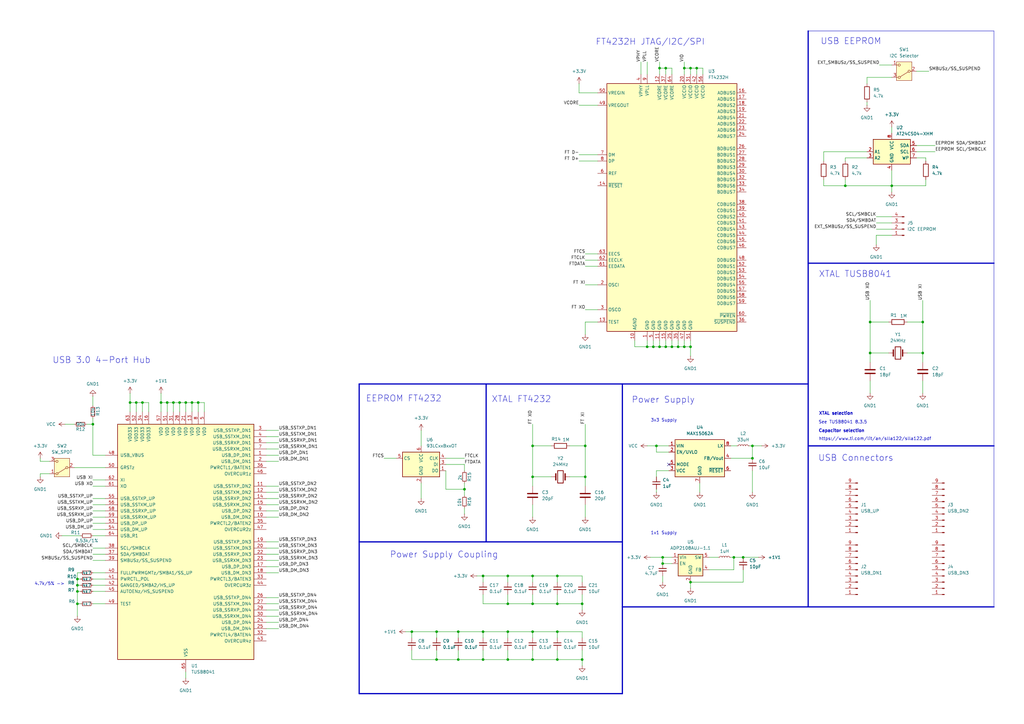
<source format=kicad_sch>
(kicad_sch (version 20250114) (generator "eeschema") (generator_version "9.0")
  (paper "A3")
  (title_block (title "USB 3.0 Multi-Feature Hub") (date "2025-08-14") (rev "0.0.0") (company "SgoSkz"))
  (text "USB Connectors\n" (at 351.028 187.96 0) (effects (font (size 2.54 2.54))))
  (text "Power Supply Coupling\n" (at 182.118 227.584 0) (effects (font (size 2.54 2.54))))
  (text "USB 3.0 4-Port Hub\n" (at 41.656 147.828 0) (effects (font (size 2.54 2.54))))
  (text "USB EEPROM\n" (at 348.996 17.018 0) (effects (font (size 2.54 2.54))))
  (text "EEPROM FT4232" (at 165.608 163.576 0) (effects (font (size 2.54 2.54))))
  (text "XTAL TUSB8041\n" (at 350.774 112.522 0) (effects (font (size 2.54 2.54))))
  (text "Power Supply" (at 272.034 164.084 0) (effects (font (size 2.54 2.54))))
  (text "See TUSB8041 8.3.5" (at 345.694 173.228 0) (effects (font (size 1.27 1.27))))
  (text "XTAL selection\n" (at 342.9 169.672 0) (effects (font (size 1.27 1.27) (thickness 0.254) (bold yes))))
  (text "1v1 Supply" (at 272.288 218.694 0) (effects (font (size 1.27 1.27))))
  (text "3v3 Supply\n" (at 272.288 172.466 0) (effects (font (size 1.27 1.27))))
  (text "FT4232H JTAG/I2C/SPI" (at 266.7 17.272 0) (effects (font (size 2.54 2.54))))
  (text "XTAL FT4232" (at 213.868 163.83 0) (effects (font (size 2.54 2.54))))
  (text "4.7k/5% ->\n" (at 20.32 239.522 0) (effects (font (size 1.27 1.27))))
  (text "https://www.ti.com/lit/an/slla122/slla122.pdf" (at 358.902 180.086 0) (effects (font (size 1.27 1.27))))
  (text "Capacitor selection\n" (at 345.186 176.784 0) (effects (font (size 1.27 1.27) (thickness 0.254) (bold yes))))
  (junction (at 218.44 259.08))
  (junction (at 76.2 165.1))
  (junction (at 265.43 142.24))
  (junction (at 73.66 165.1))
  (junction (at 271.78 228.6))
  (junction (at 198.12 259.08))
  (junction (at 228.6 259.08))
  (junction (at 271.78 231.14))
  (junction (at 71.12 165.1))
  (junction (at 267.97 142.24))
  (junction (at 285.75 27.94))
  (junction (at 240.03 182.88))
  (junction (at 55.88 165.1))
  (junction (at 68.58 165.1))
  (junction (at 31.75 240.03))
  (junction (at 179.07 270.51))
  (junction (at 228.6 236.22))
  (junction (at 270.51 27.94))
  (junction (at 187.96 270.51))
  (junction (at 270.51 142.24))
  (junction (at 300.99 228.6))
  (junction (at 378.46 132.08))
  (junction (at 187.96 259.08))
  (junction (at 198.12 270.51))
  (junction (at 218.44 270.51))
  (junction (at 179.07 259.08))
  (junction (at 280.67 142.24))
  (junction (at 58.42 165.1))
  (junction (at 283.21 27.94))
  (junction (at 280.67 27.94))
  (junction (at 365.76 76.2))
  (junction (at 356.87 144.78))
  (junction (at 31.75 242.57))
  (junction (at 275.59 142.24))
  (junction (at 240.03 195.58))
  (junction (at 31.75 237.49))
  (junction (at 53.34 165.1))
  (junction (at 278.13 142.24))
  (junction (at 304.8 228.6))
  (junction (at 190.5 200.66))
  (junction (at 283.21 238.76))
  (junction (at 66.04 165.1))
  (junction (at 168.91 259.08))
  (junction (at 308.61 187.96))
  (junction (at 38.1 173.99))
  (junction (at 346.71 76.2))
  (junction (at 218.44 236.22))
  (junction (at 208.28 247.65))
  (junction (at 81.28 165.1))
  (junction (at 238.76 270.51))
  (junction (at 378.46 144.78))
  (junction (at 283.21 142.24))
  (junction (at 31.75 247.65))
  (junction (at 273.05 27.94))
  (junction (at 78.74 165.1))
  (junction (at 238.76 247.65))
  (junction (at 208.28 259.08))
  (junction (at 228.6 247.65))
  (junction (at 228.6 270.51))
  (junction (at 208.28 236.22))
  (junction (at 269.24 182.88))
  (junction (at 218.44 247.65))
  (junction (at 308.61 182.88))
  (junction (at 208.28 270.51))
  (junction (at 356.87 132.08))
  (junction (at 218.44 182.88))
  (junction (at 198.12 236.22))
  (junction (at 218.44 195.58))
  (junction (at 273.05 142.24))
  (no_connect (at 274.32 190.5))
  (wire (pts (xy 238.76 236.22) (xy 228.6 236.22)))
  (wire (pts (xy 109.22 234.95) (xy 114.3 234.95)))
  (wire (pts (xy 270.51 25.4) (xy 270.51 27.94)))
  (wire (pts (xy 238.76 266.7) (xy 238.76 270.51)))
  (wire (pts (xy 240.03 109.22) (xy 245.11 109.22)))
  (wire (pts (xy 198.12 266.7) (xy 198.12 270.51)))
  (wire (pts (xy 365.76 76.2) (xy 365.76 78.74)))
  (wire (pts (xy 38.1 204.47) (xy 43.18 204.47)))
  (polyline (pts (xy 331.47 107.95) (xy 331.47 248.92)) (stroke (width 0.5) (type solid)))
  (wire (pts (xy 265.43 142.24) (xy 267.97 142.24)))
  (wire (pts (xy 38.1 199.39) (xy 43.18 199.39)))
  (wire (pts (xy 228.6 236.22) (xy 218.44 236.22)))
  (wire (pts (xy 228.6 238.76) (xy 228.6 236.22)))
  (wire (pts (xy 53.34 165.1) (xy 55.88 165.1)))
  (wire (pts (xy 38.1 237.49) (xy 43.18 237.49)))
  (wire (pts (xy 307.34 182.88) (xy 308.61 182.88)))
  (wire (pts (xy 55.88 165.1) (xy 58.42 165.1)))
  (wire (pts (xy 31.75 237.49) (xy 31.75 240.03)))
  (polyline (pts (xy 255.27 248.92) (xy 331.47 248.92)) (stroke (width 0.5) (type solid)))
  (wire (pts (xy 240.03 132.08) (xy 240.03 137.16)))
  (wire (pts (xy 66.04 165.1) (xy 68.58 165.1)))
  (wire (pts (xy 182.88 190.5) (xy 190.5 190.5)))
  (polyline (pts (xy 147.32 222.25) (xy 147.32 157.48)) (stroke (width 0.5) (type solid)))
  (wire (pts (xy 109.22 245.11) (xy 114.3 245.11)))
  (wire (pts (xy 346.71 73.66) (xy 346.71 76.2)))
  (wire (pts (xy 208.28 259.08) (xy 198.12 259.08)))
  (wire (pts (xy 172.72 176.53) (xy 172.72 182.88)))
  (wire (pts (xy 190.5 198.12) (xy 190.5 200.66)))
  (wire (pts (xy 31.75 247.65) (xy 31.75 252.73)))
  (polyline (pts (xy 199.39 157.48) (xy 199.39 222.25)) (stroke (width 0.5) (type solid)))
  (wire (pts (xy 273.05 27.94) (xy 270.51 27.94)))
  (wire (pts (xy 238.76 261.62) (xy 238.76 259.08)))
  (wire (pts (xy 198.12 270.51) (xy 208.28 270.51)))
  (polyline (pts (xy 255.27 284.48) (xy 147.32 284.48)) (stroke (width 0.5) (type solid)))
  (wire (pts (xy 109.22 204.47) (xy 114.3 204.47)))
  (wire (pts (xy 359.41 93.98) (xy 365.76 93.98)))
  (wire (pts (xy 283.21 142.24) (xy 283.21 146.05)))
  (wire (pts (xy 109.22 250.19) (xy 114.3 250.19)))
  (wire (pts (xy 38.1 242.57) (xy 43.18 242.57)))
  (wire (pts (xy 355.6 34.29) (xy 355.6 31.75)))
  (wire (pts (xy 38.1 247.65) (xy 43.18 247.65)))
  (wire (pts (xy 190.5 193.04) (xy 190.5 190.5)))
  (wire (pts (xy 198.12 243.84) (xy 198.12 247.65)))
  (wire (pts (xy 218.44 199.39) (xy 218.44 195.58)))
  (wire (pts (xy 68.58 165.1) (xy 68.58 168.91)))
  (wire (pts (xy 76.2 168.91) (xy 76.2 165.1)))
  (wire (pts (xy 109.22 181.61) (xy 114.3 181.61)))
  (wire (pts (xy 38.1 224.79) (xy 43.18 224.79)))
  (wire (pts (xy 33.02 219.71) (xy 25.4 219.71)))
  (wire (pts (xy 83.82 168.91) (xy 83.82 165.1)))
  (wire (pts (xy 187.96 266.7) (xy 187.96 270.51)))
  (wire (pts (xy 208.28 238.76) (xy 208.28 236.22)))
  (wire (pts (xy 308.61 182.88) (xy 312.42 182.88)))
  (wire (pts (xy 378.46 156.21) (xy 378.46 161.29)))
  (wire (pts (xy 31.75 237.49) (xy 33.02 237.49)))
  (wire (pts (xy 198.12 247.65) (xy 208.28 247.65)))
  (wire (pts (xy 356.87 144.78) (xy 364.49 144.78)))
  (polyline (pts (xy 331.47 107.95) (xy 331.47 12.7)) (stroke (width 0.5) (type solid)))
  (wire (pts (xy 240.03 173.99) (xy 240.03 182.88)))
  (wire (pts (xy 33.02 247.65) (xy 31.75 247.65)))
  (wire (pts (xy 271.78 238.76) (xy 271.78 236.22)))
  (wire (pts (xy 109.22 199.39) (xy 114.3 199.39)))
  (wire (pts (xy 208.28 247.65) (xy 218.44 247.65)))
  (wire (pts (xy 31.75 234.95) (xy 31.75 237.49)))
  (wire (pts (xy 245.11 38.1) (xy 237.49 38.1)))
  (wire (pts (xy 109.22 229.87) (xy 114.3 229.87)))
  (wire (pts (xy 238.76 270.51) (xy 228.6 270.51)))
  (wire (pts (xy 81.28 168.91) (xy 81.28 165.1)))
  (wire (pts (xy 218.44 207.01) (xy 218.44 212.09)))
  (wire (pts (xy 198.12 259.08) (xy 187.96 259.08)))
  (wire (pts (xy 38.1 173.99) (xy 35.56 173.99)))
  (wire (pts (xy 71.12 168.91) (xy 71.12 165.1)))
  (wire (pts (xy 190.5 208.28) (xy 190.5 210.82)))
  (wire (pts (xy 379.73 64.77) (xy 379.73 66.04)))
  (wire (pts (xy 359.41 91.44) (xy 365.76 91.44)))
  (wire (pts (xy 378.46 132.08) (xy 372.11 132.08)))
  (wire (pts (xy 109.22 176.53) (xy 114.3 176.53)))
  (wire (pts (xy 280.67 139.7) (xy 280.67 142.24)))
  (wire (pts (xy 73.66 165.1) (xy 71.12 165.1)))
  (wire (pts (xy 109.22 189.23) (xy 114.3 189.23)))
  (wire (pts (xy 356.87 148.59) (xy 356.87 144.78)))
  (wire (pts (xy 375.92 29.21) (xy 381 29.21)))
  (wire (pts (xy 38.1 207.01) (xy 43.18 207.01)))
  (wire (pts (xy 308.61 193.04) (xy 308.61 201.93)))
  (wire (pts (xy 55.88 168.91) (xy 55.88 165.1)))
  (wire (pts (xy 280.67 25.4) (xy 280.67 27.94)))
  (wire (pts (xy 228.6 247.65) (xy 228.6 243.84)))
  (wire (pts (xy 109.22 212.09) (xy 114.3 212.09)))
  (wire (pts (xy 283.21 27.94) (xy 280.67 27.94)))
  (wire (pts (xy 290.83 228.6) (xy 294.64 228.6)))
  (wire (pts (xy 280.67 142.24) (xy 283.21 142.24)))
  (wire (pts (xy 238.76 247.65) (xy 238.76 250.19)))
  (wire (pts (xy 364.49 132.08) (xy 356.87 132.08)))
  (wire (pts (xy 275.59 231.14) (xy 271.78 231.14)))
  (wire (pts (xy 38.1 217.17) (xy 43.18 217.17)))
  (wire (pts (xy 228.6 270.51) (xy 228.6 266.7)))
  (wire (pts (xy 238.76 270.51) (xy 238.76 273.05)))
  (wire (pts (xy 267.97 142.24) (xy 270.51 142.24)))
  (wire (pts (xy 187.96 259.08) (xy 179.07 259.08)))
  (wire (pts (xy 356.87 156.21) (xy 356.87 161.29)))
  (wire (pts (xy 187.96 261.62) (xy 187.96 259.08)))
  (wire (pts (xy 273.05 142.24) (xy 275.59 142.24)))
  (wire (pts (xy 346.71 76.2) (xy 365.76 76.2)))
  (wire (pts (xy 195.58 236.22) (xy 198.12 236.22)))
  (wire (pts (xy 283.21 142.24) (xy 283.21 139.7)))
  (wire (pts (xy 218.44 261.62) (xy 218.44 259.08)))
  (wire (pts (xy 346.71 64.77) (xy 346.71 66.04)))
  (polyline (pts (xy 147.32 157.48) (xy 255.27 157.48)) (stroke (width 0.5) (type solid)))
  (wire (pts (xy 238.76 259.08) (xy 228.6 259.08)))
  (wire (pts (xy 76.2 275.59) (xy 76.2 278.13)))
  (wire (pts (xy 237.49 63.5) (xy 245.11 63.5)))
  (polyline (pts (xy 147.32 222.25) (xy 255.27 222.25)) (stroke (width 0.5) (type solid)))
  (wire (pts (xy 378.46 123.19) (xy 378.46 132.08)))
  (wire (pts (xy 283.21 30.48) (xy 283.21 27.94)))
  (wire (pts (xy 109.22 224.79) (xy 114.3 224.79)))
  (wire (pts (xy 290.83 233.68) (xy 300.99 233.68)))
  (wire (pts (xy 379.73 76.2) (xy 365.76 76.2)))
  (wire (pts (xy 288.29 27.94) (xy 285.75 27.94)))
  (wire (pts (xy 355.6 62.23) (xy 337.82 62.23)))
  (polyline (pts (xy 407.67 107.95) (xy 407.67 182.88)))
  (wire (pts (xy 208.28 266.7) (xy 208.28 270.51)))
  (wire (pts (xy 271.78 231.14) (xy 271.78 228.6)))
  (wire (pts (xy 182.88 187.96) (xy 190.5 187.96)))
  (wire (pts (xy 237.49 66.04) (xy 245.11 66.04)))
  (wire (pts (xy 355.6 64.77) (xy 346.71 64.77)))
  (wire (pts (xy 240.03 127) (xy 245.11 127)))
  (wire (pts (xy 270.51 139.7) (xy 270.51 142.24)))
  (wire (pts (xy 38.1 229.87) (xy 43.18 229.87)))
  (wire (pts (xy 262.89 25.4) (xy 262.89 30.48)))
  (wire (pts (xy 274.32 182.88) (xy 269.24 182.88)))
  (polyline (pts (xy 331.47 12.7) (xy 407.67 12.7)) (stroke (width 0) (type solid)))
  (wire (pts (xy 31.75 240.03) (xy 33.02 240.03)))
  (wire (pts (xy 304.8 228.6) (xy 311.15 228.6)))
  (wire (pts (xy 58.42 165.1) (xy 58.42 168.91)))
  (wire (pts (xy 240.03 207.01) (xy 240.03 212.09)))
  (wire (pts (xy 16.51 189.23) (xy 16.51 187.96)))
  (wire (pts (xy 267.97 139.7) (xy 267.97 142.24)))
  (wire (pts (xy 168.91 259.08) (xy 168.91 261.62)))
  (wire (pts (xy 166.37 259.08) (xy 168.91 259.08)))
  (wire (pts (xy 66.04 168.91) (xy 66.04 165.1)))
  (wire (pts (xy 356.87 132.08) (xy 356.87 144.78)))
  (wire (pts (xy 378.46 144.78) (xy 378.46 148.59)))
  (wire (pts (xy 198.12 261.62) (xy 198.12 259.08)))
  (wire (pts (xy 365.76 96.52) (xy 359.41 96.52)))
  (wire (pts (xy 337.82 76.2) (xy 346.71 76.2)))
  (wire (pts (xy 228.6 261.62) (xy 228.6 259.08)))
  (wire (pts (xy 238.76 243.84) (xy 238.76 247.65)))
  (wire (pts (xy 285.75 27.94) (xy 283.21 27.94)))
  (wire (pts (xy 280.67 27.94) (xy 280.67 30.48)))
  (wire (pts (xy 38.1 162.56) (xy 38.1 166.37)))
  (polyline (pts (xy 331.47 248.92) (xy 407.67 248.92)) (stroke (width 0.5) (type solid)))
  (wire (pts (xy 208.28 261.62) (xy 208.28 259.08)))
  (wire (pts (xy 237.49 43.18) (xy 245.11 43.18)))
  (wire (pts (xy 218.44 182.88) (xy 218.44 195.58)))
  (wire (pts (xy 73.66 168.91) (xy 73.66 165.1)))
  (wire (pts (xy 356.87 123.19) (xy 356.87 132.08)))
  (wire (pts (xy 304.8 233.68) (xy 304.8 238.76)))
  (wire (pts (xy 269.24 200.66) (xy 269.24 201.93)))
  (wire (pts (xy 260.35 139.7) (xy 260.35 142.24)))
  (wire (pts (xy 299.72 228.6) (xy 300.99 228.6)))
  (polyline (pts (xy 407.67 248.92) (xy 407.67 182.88)))
  (wire (pts (xy 299.72 182.88) (xy 302.26 182.88)))
  (wire (pts (xy 109.22 179.07) (xy 114.3 179.07)))
  (wire (pts (xy 109.22 186.69) (xy 114.3 186.69)))
  (wire (pts (xy 300.99 228.6) (xy 304.8 228.6)))
  (wire (pts (xy 109.22 247.65) (xy 114.3 247.65)))
  (wire (pts (xy 238.76 238.76) (xy 238.76 236.22)))
  (wire (pts (xy 38.1 214.63) (xy 43.18 214.63)))
  (wire (pts (xy 218.44 173.99) (xy 218.44 182.88)))
  (wire (pts (xy 208.28 270.51) (xy 218.44 270.51)))
  (wire (pts (xy 271.78 228.6) (xy 275.59 228.6)))
  (wire (pts (xy 38.1 227.33) (xy 43.18 227.33)))
  (wire (pts (xy 283.21 238.76) (xy 304.8 238.76)))
  (polyline (pts (xy 407.67 12.7) (xy 407.67 107.95)) (stroke (width 0) (type solid)))
  (wire (pts (xy 182.88 193.04) (xy 182.88 200.66)))
  (wire (pts (xy 379.73 73.66) (xy 379.73 76.2)))
  (wire (pts (xy 53.34 161.29) (xy 53.34 165.1)))
  (wire (pts (xy 66.04 161.29) (xy 66.04 165.1)))
  (wire (pts (xy 273.05 139.7) (xy 273.05 142.24)))
  (wire (pts (xy 275.59 142.24) (xy 278.13 142.24)))
  (wire (pts (xy 109.22 207.01) (xy 114.3 207.01)))
  (wire (pts (xy 218.44 247.65) (xy 228.6 247.65)))
  (wire (pts (xy 308.61 182.88) (xy 308.61 187.96)))
  (wire (pts (xy 285.75 30.48) (xy 285.75 27.94)))
  (wire (pts (xy 30.48 191.77) (xy 43.18 191.77)))
  (wire (pts (xy 240.03 104.14) (xy 245.11 104.14)))
  (wire (pts (xy 179.07 270.51) (xy 187.96 270.51)))
  (wire (pts (xy 218.44 236.22) (xy 208.28 236.22)))
  (wire (pts (xy 278.13 139.7) (xy 278.13 142.24)))
  (wire (pts (xy 208.28 243.84) (xy 208.28 247.65)))
  (wire (pts (xy 355.6 41.91) (xy 355.6 43.18)))
  (wire (pts (xy 287.02 198.12) (xy 287.02 201.93)))
  (wire (pts (xy 78.74 168.91) (xy 78.74 165.1)))
  (polyline (pts (xy 331.47 182.88) (xy 407.67 182.88)) (stroke (width 0.5) (type solid)))
  (wire (pts (xy 109.22 255.27) (xy 114.3 255.27)))
  (wire (pts (xy 218.44 259.08) (xy 208.28 259.08)))
  (wire (pts (xy 81.28 165.1) (xy 78.74 165.1)))
  (wire (pts (xy 38.1 219.71) (xy 43.18 219.71)))
  (wire (pts (xy 240.03 116.84) (xy 245.11 116.84)))
  (polyline (pts (xy 255.27 157.48) (xy 255.27 284.48)) (stroke (width 0.5) (type solid)))
  (wire (pts (xy 375.92 64.77) (xy 379.73 64.77)))
  (wire (pts (xy 38.1 171.45) (xy 38.1 173.99)))
  (wire (pts (xy 240.03 106.68) (xy 245.11 106.68)))
  (wire (pts (xy 218.44 195.58) (xy 226.06 195.58)))
  (wire (pts (xy 60.96 165.1) (xy 58.42 165.1)))
  (wire (pts (xy 218.44 266.7) (xy 218.44 270.51)))
  (wire (pts (xy 265.43 182.88) (xy 269.24 182.88)))
  (wire (pts (xy 182.88 200.66) (xy 190.5 200.66)))
  (wire (pts (xy 109.22 257.81) (xy 114.3 257.81)))
  (wire (pts (xy 16.51 194.31) (xy 16.51 195.58)))
  (wire (pts (xy 265.43 139.7) (xy 265.43 142.24)))
  (wire (pts (xy 245.11 132.08) (xy 240.03 132.08)))
  (wire (pts (xy 269.24 182.88) (xy 269.24 185.42)))
  (wire (pts (xy 60.96 168.91) (xy 60.96 165.1)))
  (wire (pts (xy 53.34 168.91) (xy 53.34 165.1)))
  (wire (pts (xy 269.24 185.42) (xy 274.32 185.42)))
  (wire (pts (xy 83.82 165.1) (xy 81.28 165.1)))
  (wire (pts (xy 33.02 242.57) (xy 31.75 242.57)))
  (wire (pts (xy 179.07 266.7) (xy 179.07 270.51)))
  (wire (pts (xy 226.06 182.88) (xy 218.44 182.88)))
  (wire (pts (xy 38.1 196.85) (xy 43.18 196.85)))
  (wire (pts (xy 208.28 236.22) (xy 198.12 236.22)))
  (wire (pts (xy 337.82 73.66) (xy 337.82 76.2)))
  (wire (pts (xy 237.49 38.1) (xy 237.49 34.29)))
  (wire (pts (xy 275.59 139.7) (xy 275.59 142.24)))
  (wire (pts (xy 240.03 195.58) (xy 240.03 199.39)))
  (wire (pts (xy 78.74 165.1) (xy 76.2 165.1)))
  (wire (pts (xy 16.51 189.23) (xy 20.32 189.23)))
  (wire (pts (xy 275.59 30.48) (xy 275.59 27.94)))
  (polyline (pts (xy 331.47 157.48) (xy 255.27 157.48)) (stroke (width 0.5) (type solid)))
  (wire (pts (xy 43.18 186.69) (xy 38.1 186.69)))
  (wire (pts (xy 240.03 182.88) (xy 233.68 182.88)))
  (polyline (pts (xy 147.32 284.48) (xy 147.32 222.25)) (stroke (width 0.5) (type solid)))
  (wire (pts (xy 378.46 144.78) (xy 378.46 132.08)))
  (wire (pts (xy 228.6 259.08) (xy 218.44 259.08)))
  (wire (pts (xy 240.03 195.58) (xy 240.03 182.88)))
  (wire (pts (xy 190.5 203.2) (xy 190.5 200.66)))
  (wire (pts (xy 360.68 26.67) (xy 365.76 26.67)))
  (wire (pts (xy 38.1 173.99) (xy 38.1 186.69)))
  (wire (pts (xy 299.72 187.96) (xy 308.61 187.96)))
  (wire (pts (xy 172.72 198.12) (xy 172.72 204.47)))
  (wire (pts (xy 274.32 193.04) (xy 269.24 193.04)))
  (wire (pts (xy 187.96 270.51) (xy 198.12 270.51)))
  (wire (pts (xy 198.12 238.76) (xy 198.12 236.22)))
  (wire (pts (xy 168.91 270.51) (xy 179.07 270.51)))
  (wire (pts (xy 38.1 212.09) (xy 43.18 212.09)))
  (wire (pts (xy 157.48 187.96) (xy 162.56 187.96)))
  (wire (pts (xy 266.7 228.6) (xy 271.78 228.6)))
  (wire (pts (xy 372.11 144.78) (xy 378.46 144.78)))
  (wire (pts (xy 275.59 27.94) (xy 273.05 27.94)))
  (wire (pts (xy 283.21 238.76) (xy 283.21 241.3)))
  (wire (pts (xy 20.32 194.31) (xy 16.51 194.31)))
  (wire (pts (xy 278.13 142.24) (xy 280.67 142.24)))
  (wire (pts (xy 233.68 195.58) (xy 240.03 195.58)))
  (wire (pts (xy 337.82 62.23) (xy 337.82 66.04)))
  (wire (pts (xy 270.51 27.94) (xy 270.51 30.48)))
  (wire (pts (xy 270.51 142.24) (xy 273.05 142.24)))
  (wire (pts (xy 359.41 88.9) (xy 365.76 88.9)))
  (wire (pts (xy 26.67 173.99) (xy 30.48 173.99)))
  (wire (pts (xy 218.44 243.84) (xy 218.44 247.65)))
  (wire (pts (xy 179.07 261.62) (xy 179.07 259.08)))
  (wire (pts (xy 359.41 96.52) (xy 359.41 100.33)))
  (wire (pts (xy 31.75 242.57) (xy 31.75 240.03)))
  (wire (pts (xy 71.12 165.1) (xy 68.58 165.1)))
  (wire (pts (xy 375.92 62.23) (xy 383.54 62.23)))
  (wire (pts (xy 375.92 59.69) (xy 383.54 59.69)))
  (wire (pts (xy 31.75 247.65) (xy 31.75 242.57)))
  (wire (pts (xy 288.29 30.48) (xy 288.29 27.94)))
  (wire (pts (xy 38.1 209.55) (xy 43.18 209.55)))
  (wire (pts (xy 265.43 25.4) (xy 265.43 30.48)))
  (wire (pts (xy 179.07 259.08) (xy 168.91 259.08)))
  (wire (pts (xy 218.44 238.76) (xy 218.44 236.22)))
  (wire (pts (xy 38.1 234.95) (xy 43.18 234.95)))
  (wire (pts (xy 273.05 30.48) (xy 273.05 27.94)))
  (wire (pts (xy 38.1 240.03) (xy 43.18 240.03)))
  (wire (pts (xy 238.76 247.65) (xy 228.6 247.65)))
  (wire (pts (xy 76.2 165.1) (xy 73.66 165.1)))
  (wire (pts (xy 365.76 52.07) (xy 365.76 54.61)))
  (wire (pts (xy 109.22 222.25) (xy 114.3 222.25)))
  (wire (pts (xy 109.22 227.33) (xy 114.3 227.33)))
  (wire (pts (xy 109.22 184.15) (xy 114.3 184.15)))
  (wire (pts (xy 109.22 252.73) (xy 114.3 252.73)))
  (wire (pts (xy 269.24 193.04) (xy 269.24 195.58)))
  (wire (pts (xy 109.22 201.93) (xy 114.3 201.93)))
  (wire (pts (xy 355.6 31.75) (xy 365.76 31.75)))
  (wire (pts (xy 168.91 266.7) (xy 168.91 270.51)))
  (wire (pts (xy 109.22 232.41) (xy 114.3 232.41)))
  (wire (pts (xy 109.22 209.55) (xy 114.3 209.55)))
  (wire (pts (xy 365.76 69.85) (xy 365.76 76.2)))
  (wire (pts (xy 300.99 228.6) (xy 300.99 233.68)))
  (wire (pts (xy 260.35 142.24) (xy 265.43 142.24)))
  (wire (pts (xy 218.44 270.51) (xy 228.6 270.51)))
  (wire (pts (xy 33.02 234.95) (xy 31.75 234.95)))
  (polyline (pts (xy 407.67 107.95) (xy 331.47 107.95)) (stroke (width 0.5) (type solid)))
  (label "USB XO" (at 356.87 123.19 90))
  (label "FT D+" (at 237.49 66.04 180))
  (label "USB_SSTXP_DN1" (at 114.3 176.53 0))
  (label "SCL{slash}SMBCLK" (at 38.1 224.79 180))
  (label "USB_DM_DN3" (at 114.3 234.95 0))
  (label "VCORE" (at 270.51 25.4 90))
  (label "VPLL" (at 265.43 25.4 90))
  (label "USB_DM_UP" (at 38.1 217.17 180))
  (label "SDA{slash}SMBDAT" (at 38.1 227.33 180))
  (label "USB_DM_DN2" (at 114.3 212.09 0))
  (label "FT XO" (at 218.44 173.99 90))
  (label "USB_DP_DN3" (at 114.3 232.41 0))
  (label "USB_SSRXM_DN1" (at 114.3 184.15 0))
  (label "USB_SSRXP_DN1" (at 114.3 181.61 0))
  (label "USB_SSRXP_DN4" (at 114.3 250.19 0))
  (label "USB_SSTXM_DN1" (at 114.3 179.07 0))
  (label "USB_DP_UP" (at 38.1 214.63 180))
  (label "USB_SSTXP_DN3" (at 114.3 222.25 0))
  (label "USB XI" (at 378.46 123.19 90))
  (label "FTCS" (at 157.48 187.96 180))
  (label "USB_DP_DN4" (at 114.3 255.27 0))
  (label "USB_SSRXP_DN3" (at 114.3 227.33 0))
  (label "FTDATA" (at 190.5 190.5 0))
  (label "SCL{slash}SMBCLK" (at 359.41 88.9 180))
  (label "USB_SSRXM_DN2" (at 114.3 207.01 0))
  (label "EEPROM SCL{slash}SMBCLK" (at 383.54 62.23 0))
  (label "FTDATA" (at 240.03 109.22 180))
  (label "EEPROM SDA{slash}SMBDAT" (at 383.54 59.69 0))
  (label "FT XO" (at 240.03 127 180))
  (label "USB_SSTXM_DN2" (at 114.3 201.93 0))
  (label "FTCLK" (at 190.5 187.96 0))
  (label "USB_SSRXM_DN4" (at 114.3 252.73 0))
  (label "USB_SSTXM_DN3" (at 114.3 224.79 0))
  (label "USB XI" (at 38.1 196.85 180))
  (label "USB_DM_DN4" (at 114.3 257.81 0))
  (label "VPHY" (at 262.89 25.4 90))
  (label "USB_SSTXM_UP" (at 38.1 207.01 180))
  (label "FT XI" (at 240.03 173.99 90))
  (label "USB_SSRXM_DN3" (at 114.3 229.87 0))
  (label "EXT_SMBUSz{slash}SS_SUSPEND" (at 359.41 93.98 180))
  (label "USB_SSTXP_DN4" (at 114.3 245.11 0))
  (label "FTCLK" (at 240.03 106.68 180))
  (label "FT XI" (at 240.03 116.84 180))
  (label "VIO" (at 280.67 25.4 90))
  (label "FTCS" (at 240.03 104.14 180))
  (label "SMBUSz{slash}SS_SUSPEND" (at 38.1 229.87 180))
  (label "USB_DM_DN1" (at 114.3 189.23 0))
  (label "USB_SSRXP_UP" (at 38.1 209.55 180))
  (label "FT D-" (at 237.49 63.5 180))
  (label "SDA{slash}SMBDAT" (at 359.41 91.44 180))
  (label "USB_SSTXM_DN4" (at 114.3 247.65 0))
  (label "VCORE" (at 237.49 43.18 180))
  (label "SMBUSz{slash}SS_SUSPEND" (at 381 29.21 0))
  (label "USB_DP_DN2" (at 114.3 209.55 0))
  (label "USB_SSTXP_UP" (at 38.1 204.47 180))
  (label "USB XO" (at 38.1 199.39 180))
  (label "EXT_SMBUSz{slash}SS_SUSPEND" (at 360.68 26.67 180))
  (label "USB_SSRXP_DN2" (at 114.3 204.47 0))
  (label "USB_DP_DN1" (at 114.3 186.69 0))
  (label "USB_SSRXM_UP" (at 38.1 212.09 180))
  (label "USB_SSTXP_DN2" (at 114.3 199.39 0))
  (symbol (lib_id "power:GND1") (at 365.76 78.74 0) (unit 1)
    (property "Reference" "#PWR04" (effects (hide yes)))
    (property "Value" "GND1" (at 365.76 83.82 0))
    (property "Description" "Power symbol creates a global label with name \"GND1\" , ground" (effects (hide yes)))
  )
  (symbol (lib_id "power:GND1") (at 287.02 201.93 0) (unit 1)
    (property "Reference" "#PWR09" (effects (hide yes)))
    (property "Value" "GND1" (at 287.02 207.01 0))
    (property "Description" "Power symbol creates a global label with name \"GND1\" , ground" (effects (hide yes)))
  )
  (symbol (lib_id "Device:C") (at 218.44 203.2 0) (unit 1)
    (property "Reference" "C3" (at 222.25 201.9299 0) (effects (justify left)))
    (property "Value" "20pF" (at 222.25 204.4699 0) (effects (justify left)))
    (property "Description" "Unpolarized capacitor" (effects (hide yes)))
  )
  (symbol (lib_id "power:+3.3V") (at 53.34 161.29 0) (unit 1)
    (property "Reference" "#PWR013" (effects (hide yes)))
    (property "Value" "+3.3V" (at 53.34 156.21 0))
    (property "Description" "Power symbol creates a global label with name \"+3.3V\"" (effects (hide yes)))
  )
  (symbol (lib_id "Device:R_Small") (at 35.56 219.71 90) (unit 1)
    (property "Reference" "R11" (at 30.988 218.44 90))
    (property "Value" "9.53k/1%" (at 35.56 221.742 90))
    (property "Description" "Resistor, small symbol" (effects (hide yes)))
  )
  (symbol (lib_id "power:+3.3V") (at 16.51 187.96 0) (unit 1)
    (property "Reference" "#PWR024" (effects (hide yes)))
    (property "Value" "+3.3V" (at 16.51 182.88 0))
    (property "Description" "Power symbol creates a global label with name \"+3.3V\"" (effects (hide yes)))
  )
  (symbol (lib_id "Device:C_Small") (at 208.28 264.16 0) (unit 1)
    (property "Reference" "C12" (at 210.82 262.8962 0) (effects (justify left)))
    (property "Value" "0.1uF" (at 210.82 265.4362 0) (effects (justify left)))
    (property "Description" "Unpolarized capacitor, small symbol" (effects (hide yes)))
  )
  (symbol (lib_id "Device:R") (at 355.6 38.1 0) (unit 1)
    (property "Reference" "R5" (at 358.14 36.8299 0) (effects (justify left)))
    (property "Value" "4.7k" (at 358.14 39.3699 0) (effects (justify left)))
    (property "Description" "Resistor" (effects (hide yes)))
  )
  (symbol (lib_id "power:+1V1") (at 166.37 259.08 90) (unit 1)
    (property "Reference" "#PWR020" (effects (hide yes)))
    (property "Value" "+1V1" (at 162.56 259.0799 90) (effects (justify left)))
    (property "Description" "Power symbol creates a global label with name \"+1V1\"" (effects (hide yes)))
  )
  (symbol (lib_id "Device:C_Small") (at 179.07 264.16 0) (unit 1)
    (property "Reference" "C9" (at 181.61 262.8962 0) (effects (justify left)))
    (property "Value" "0.1uF" (at 181.61 265.4362 0) (effects (justify left)))
    (property "Description" "Unpolarized capacitor, small symbol" (effects (hide yes)))
  )
  (symbol (lib_id "Device:L_Small") (at 304.8 182.88 90) (unit 1)
    (property "Reference" "L2" (at 304.8 177.8 90))
    (property "Value" "33uH" (at 304.8 180.34 90))
    (property "Description" "Inductor, small symbol" (effects (hide yes)))
  )
  (symbol (lib_id "Device:C_Small") (at 238.76 264.16 0) (unit 1)
    (property "Reference" "C15" (at 241.3 262.8962 0) (effects (justify left)))
    (property "Value" "10uF" (at 241.3 265.4362 0) (effects (justify left)))
    (property "Description" "Unpolarized capacitor, small symbol" (effects (hide yes)))
  )
  (symbol (lib_id "Connector:Conn_01x09_Pin") (at 351.79 208.28 180) (unit 1)
    (property "Reference" "J1" (at 353.06 207.0099 0) (effects (justify right)))
    (property "Value" "USB_UP" (at 353.06 209.5499 0) (effects (justify right)))
    (property "Description" "Generic connector, single row, 01x09, script generated" (effects (hide yes)))
  )
  (symbol (lib_id "Device:Crystal") (at 229.87 195.58 0) (unit 1)
    (property "Reference" "Y2" (at 229.87 187.96 0))
    (property "Value" "24MHz" (at 229.87 190.5 0))
    (property "Description" "Two pin crystal" (effects (hide yes)))
  )
  (symbol (lib_id "Regulator_Switching:MAX15062A") (at 287.02 187.96 0) (unit 1)
    (property "Reference" "U4" (at 287.02 175.26 0))
    (property "Value" "MAX15062A" (at 287.02 177.8 0))
    (property "Footprint" "Package_DFN_QFN:DFN-8_2x2mm_P0.5mm" (effects (hide yes)))
    (property "Datasheet" "http://datasheets.maximintegrated.com/en/ds/MAX15062.pdf" (effects (hide yes)))
    (property "Description" "60V, 300mA, synchronous step-down dc-dc converter, 3.3V fixed output voltage, DFN-8" (effects (hide yes)))
  )
  (symbol (lib_id "power:+3.3V") (at 195.58 236.22 90) (unit 1)
    (property "Reference" "#PWR021" (effects (hide yes)))
    (property "Value" "+3.3V" (at 191.77 236.2199 90) (effects (justify left)))
    (property "Description" "Power symbol creates a global label with name \"+3.3V\"" (effects (hide yes)))
  )
  (symbol (lib_id "Device:C_Small") (at 208.28 241.3 0) (unit 1)
    (property "Reference" "C18" (at 210.82 240.0362 0) (effects (justify left)))
    (property "Value" "0.1uF" (at 210.82 242.5762 0) (effects (justify left)))
    (property "Description" "Unpolarized capacitor, small symbol" (effects (hide yes)))
  )
  (symbol (lib_id "power:GND1") (at 355.6 43.18 0) (unit 1)
    (property "Reference" "#PWR05" (effects (hide yes)))
    (property "Value" "GND1" (at 355.6 48.26 0))
    (property "Description" "Power symbol creates a global label with name \"GND1\" , ground" (effects (hide yes)))
  )
  (symbol (lib_id "Connector:Conn_01x04_Pin") (at 370.84 93.98 180) (unit 1)
    (property "Reference" "J5" (at 372.11 91.4399 0) (effects (justify right)))
    (property "Value" "I2C EEPROM" (at 372.11 93.9799 0) (effects (justify right)))
    (property "Description" "Generic connector, single row, 01x04, script generated" (effects (hide yes)))
  )
  (symbol (lib_id "Connector:Conn_01x09_Pin") (at 387.35 208.28 180) (unit 1)
    (property "Reference" "J3" (at 388.62 207.0099 0) (effects (justify right)))
    (property "Value" "USB_DN2" (at 388.62 209.5499 0) (effects (justify right)))
    (property "Description" "Generic connector, single row, 01x09, script generated" (effects (hide yes)))
  )
  (symbol (lib_id "power:GND1") (at 271.78 238.76 0) (unit 1)
    (property "Reference" "#PWR019" (effects (hide yes)))
    (property "Value" "GND1" (at 271.78 243.84 0))
    (property "Description" "Power symbol creates a global label with name \"GND1\" , ground" (effects (hide yes)))
  )
  (symbol (lib_id "Device:R_Small") (at 35.56 242.57 90) (unit 1)
    (property "Reference" "R7" (at 29.21 242.062 90))
    (property "Value" "4k7" (at 35.56 242.57 90))
    (property "Description" "Resistor, small symbol" (effects (hide yes)))
  )
  (symbol (lib_id "Device:R") (at 229.87 182.88 90) (unit 1)
    (property "Reference" "R14" (at 228.092 180.086 90))
    (property "Value" "1M" (at 232.156 180.34 90))
    (property "Description" "Resistor" (effects (hide yes)))
  )
  (symbol (lib_id "Device:C_Small") (at 304.8 231.14 0) (unit 1)
    (property "Reference" "C5" (at 307.34 229.8762 0) (effects (justify left)))
    (property "Value" "10pF" (at 307.34 232.4162 0) (effects (justify left)))
    (property "Description" "Unpolarized capacitor, small symbol" (effects (hide yes)))
  )
  (symbol (lib_id "Device:R") (at 379.73 69.85 0) (unit 1)
    (property "Reference" "R4" (at 382.27 68.5799 0) (effects (justify left)))
    (property "Value" "4.7k" (at 382.27 71.1199 0) (effects (justify left)))
    (property "Description" "Resistor" (effects (hide yes)))
  )
  (symbol (lib_id "Device:R_Small") (at 33.02 173.99 90) (unit 1)
    (property "Reference" "R12" (at 33.02 176.022 90))
    (property "Value" "90k" (at 33.02 173.99 90))
    (property "Description" "Resistor, small symbol" (effects (hide yes)))
  )
  (symbol (lib_id "Device:C_Small") (at 198.12 264.16 0) (unit 1)
    (property "Reference" "C11" (at 200.66 262.8962 0) (effects (justify left)))
    (property "Value" "0.1uF" (at 200.66 265.4362 0) (effects (justify left)))
    (property "Description" "Unpolarized capacitor, small symbol" (effects (hide yes)))
  )
  (symbol (lib_id "Device:R_Small") (at 35.56 234.95 90) (unit 1)
    (property "Reference" "R9" (at 29.21 233.68 90))
    (property "Value" "4k7" (at 35.56 234.95 90))
    (property "Description" "Resistor, small symbol" (effects (hide yes)))
  )
  (symbol (lib_id "Device:R_Small") (at 35.56 247.65 90) (unit 1)
    (property "Reference" "R6" (at 29.464 246.634 90))
    (property "Value" "4k7" (at 35.56 247.65 90))
    (property "Description" "Resistor, small symbol" (effects (hide yes)))
  )
  (symbol (lib_id "Device:R_Small") (at 35.56 237.49 90) (unit 1)
    (property "Reference" "R10" (at 29.464 236.474 90))
    (property "Value" "4k7" (at 35.56 237.49 90))
    (property "Description" "Resistor, small symbol" (effects (hide yes)))
  )
  (symbol (lib_id "Regulator_Switching:ADP2108AUJ-1.1") (at 283.21 231.14 0) (unit 1)
    (property "Reference" "U5" (at 283.21 222.25 0))
    (property "Value" "ADP2108AUJ-1.1" (at 283.21 224.79 0))
    (property "Footprint" "Package_TO_SOT_SMD:TSOT-23-5" (effects (hide yes)))
    (property "Datasheet" "https://www.analog.com/media/en/technical-documentation/data-sheets/ADP2108.pdf" (effects (hide yes)))
    (property "Description" "3MHz switching bucK regulator, 600mA 1.1V output voltage," (effects (hide yes)))
  )
  (symbol (lib_id "power:GND1") (at 172.72 204.47 0) (unit 1)
    (property "Reference" "#PWR034" (effects (hide yes)))
    (property "Value" "GND1" (at 172.72 209.55 0))
    (property "Description" "Power symbol creates a global label with name \"GND1\" , ground" (effects (hide yes)))
  )
  (symbol (lib_id "power:VCC") (at 26.67 173.99 90) (unit 1)
    (property "Reference" "#PWR027" (effects (hide yes)))
    (property "Value" "VCC" (at 22.86 173.9899 90) (effects (justify left)))
    (property "Description" "Power symbol creates a global label with name \"VCC\"" (effects (hide yes)))
  )
  (symbol (lib_id "Device:C_Small") (at 187.96 264.16 0) (unit 1)
    (property "Reference" "C10" (at 190.5 262.8962 0) (effects (justify left)))
    (property "Value" "0.1uF" (at 190.5 265.4362 0) (effects (justify left)))
    (property "Description" "Unpolarized capacitor, small symbol" (effects (hide yes)))
  )
  (symbol (lib_id "power:+1V1") (at 311.15 228.6 270) (unit 1)
    (property "Reference" "#PWR014" (effects (hide yes)))
    (property "Value" "+1V1" (at 314.96 228.5999 90) (effects (justify left)))
    (property "Description" "Power symbol creates a global label with name \"+1V1\"" (effects (hide yes)))
  )
  (symbol (lib_id "Interface_USB:FT4232H") (at 275.59 86.36 0) (unit 1)
    (property "Reference" "U3" (at 290.4333 29.21 0) (effects (justify left)))
    (property "Value" "FT4232H" (at 290.4333 31.75 0) (effects (justify left)))
    (property "Footprint" "Package_QFP:LQFP-64-1EP_10x10mm_P0.5mm_EP5x5mm_ThermalVias" (effects (hide yes)))
    (property "Datasheet" "https://www.ftdichip.com/Support/Documents/DataSheets/ICs/DS_FT4232H.pdf" (effects (hide yes)))
    (property "Description" "Hi Speed Quad Channel USB UART/FIFO, LQFP/QFN-64" (effects (hide yes)))
  )
  (symbol (lib_id "Device:C_Small") (at 269.24 198.12 0) (unit 1)
    (property "Reference" "C4" (at 271.78 196.8562 0) (effects (justify left)))
    (property "Value" "1uF" (at 271.78 199.3962 0) (effects (justify left)))
    (property "Description" "Unpolarized capacitor, small symbol" (effects (hide yes)))
  )
  (symbol (lib_id "Device:C_Small") (at 218.44 241.3 0) (unit 1)
    (property "Reference" "C19" (at 220.98 240.0362 0) (effects (justify left)))
    (property "Value" "0.1uF" (at 220.98 242.5762 0) (effects (justify left)))
    (property "Description" "Unpolarized capacitor, small symbol" (effects (hide yes)))
  )
  (symbol (lib_id "power:+3.3V") (at 365.76 52.07 0) (unit 1)
    (property "Reference" "#PWR017" (effects (hide yes)))
    (property "Value" "+3.3V" (at 365.76 46.99 0))
    (property "Description" "Power symbol creates a global label with name \"+3.3V\"" (effects (hide yes)))
  )
  (symbol (lib_id "power:GND1") (at 16.51 195.58 0) (unit 1)
    (property "Reference" "#PWR025" (effects (hide yes)))
    (property "Value" "GND1" (at 16.51 200.66 0))
    (property "Description" "Power symbol creates a global label with name \"GND1\" , ground" (effects (hide yes)))
  )
  (symbol (lib_id "power:GND1") (at 378.46 161.29 0) (unit 1)
    (property "Reference" "#PWR02" (effects (hide yes)))
    (property "Value" "GND1" (at 378.46 166.37 0))
    (property "Description" "Power symbol creates a global label with name \"GND1\" , ground" (effects (hide yes)))
  )
  (symbol (lib_id "power:GND1") (at 190.5 210.82 0) (unit 1)
    (property "Reference" "#PWR035" (effects (hide yes)))
    (property "Value" "GND1" (at 190.5 215.9 0))
    (property "Description" "Power symbol creates a global label with name \"GND1\" , ground" (effects (hide yes)))
  )
  (symbol (lib_id "power:GND1") (at 308.61 201.93 0) (unit 1)
    (property "Reference" "#PWR010" (effects (hide yes)))
    (property "Value" "GND1" (at 308.61 207.01 0))
    (property "Description" "Power symbol creates a global label with name \"GND1\" , ground" (effects (hide yes)))
  )
  (symbol (lib_id "Device:R_Small") (at 38.1 168.91 0) (unit 1)
    (property "Reference" "R13" (at 40.132 168.656 90))
    (property "Value" "10k" (at 38.1 168.91 90))
    (property "Description" "Resistor, small symbol" (effects (hide yes)))
  )
  (symbol (lib_id "Device:C") (at 356.87 152.4 0) (unit 1)
    (property "Reference" "C1" (at 360.68 151.1299 0) (effects (justify left)))
    (property "Value" "18pF" (at 360.68 153.6699 0) (effects (justify left)))
    (property "Description" "Unpolarized capacitor" (effects (hide yes)))
  )
  (symbol (lib_id "Device:R") (at 337.82 69.85 0) (unit 1)
    (property "Reference" "R3" (at 340.36 68.5799 0) (effects (justify left)))
    (property "Value" "4.7k" (at 340.36 71.1199 0) (effects (justify left)))
    (property "Description" "Resistor" (effects (hide yes)))
  )
  (symbol (lib_id "power:GND1") (at 238.76 273.05 0) (unit 1)
    (property "Reference" "#PWR022" (effects (hide yes)))
    (property "Value" "GND1" (at 238.76 278.13 0))
    (property "Description" "Power symbol creates a global label with name \"GND1\" , ground" (effects (hide yes)))
  )
  (symbol (lib_id "Device:C_Small") (at 218.44 264.16 0) (unit 1)
    (property "Reference" "C13" (at 220.98 262.8962 0) (effects (justify left)))
    (property "Value" "0.1uF" (at 220.98 265.4362 0) (effects (justify left)))
    (property "Description" "Unpolarized capacitor, small symbol" (effects (hide yes)))
  )
  (symbol (lib_id "power:+3.3V") (at 266.7 228.6 90) (unit 1)
    (property "Reference" "#PWR012" (effects (hide yes)))
    (property "Value" "+3.3V" (at 262.89 228.5999 90) (effects (justify left)))
    (property "Description" "Power symbol creates a global label with name \"+3.3V\"" (effects (hide yes)))
  )
  (symbol (lib_id "power:GND1") (at 356.87 161.29 0) (unit 1)
    (property "Reference" "#PWR01" (effects (hide yes)))
    (property "Value" "GND1" (at 356.87 166.37 0))
    (property "Description" "Power symbol creates a global label with name \"GND1\" , ground" (effects (hide yes)))
  )
  (symbol (lib_id "Memory_EEPROM:AT24CS04-XHM") (at 365.76 62.23 0) (unit 1)
    (property "Reference" "U2" (at 370.332 52.324 0) (effects (justify right)))
    (property "Value" "AT24CS04-XHM" (at 382.778 54.864 0) (effects (justify right)))
    (property "Footprint" "Package_SO:TSSOP-8_4.4x3mm_P0.65mm" (effects (hide yes)))
    (property "Datasheet" "http://ww1.microchip.com/downloads/en/DeviceDoc/Atmel-8766-SEEPROM-AT24CS04-08-Datasheet.pdf" (effects (hide yes)))
    (property "Description" "I2C Serial EEPROM, 4Kb (512x8) with Unique Serial Number, TSSOP8" (effects (hide yes)))
  )
  (symbol (lib_id "power:GND1") (at 25.4 219.71 270) (unit 1)
    (property "Reference" "#PWR026" (effects (hide yes)))
    (property "Value" "GND1" (at 21.59 219.7099 90) (effects (justify right)))
    (property "Description" "Power symbol creates a global label with name \"GND1\" , ground" (effects (hide yes)))
  )
  (symbol (lib_id "power:GND1") (at 238.76 250.19 0) (unit 1)
    (property "Reference" "#PWR023" (effects (hide yes)))
    (property "Value" "GND1" (at 238.76 255.27 0))
    (property "Description" "Power symbol creates a global label with name \"GND1\" , ground" (effects (hide yes)))
  )
  (symbol (lib_id "power:VCC") (at 265.43 182.88 90) (unit 1)
    (property "Reference" "#PWR016" (effects (hide yes)))
    (property "Value" "VCC" (at 261.62 182.8799 90) (effects (justify left)))
    (property "Description" "Power symbol creates a global label with name \"VCC\"" (effects (hide yes)))
  )
  (symbol (lib_id "power:GND1") (at 31.75 252.73 0) (unit 1)
    (property "Reference" "#PWR018" (effects (hide yes)))
    (property "Value" "GND1" (at 31.75 257.81 0))
    (property "Description" "Power symbol creates a global label with name \"GND1\" , ground" (effects (hide yes)))
  )
  (symbol (lib_id "power:GND1") (at 269.24 201.93 0) (unit 1)
    (property "Reference" "#PWR08" (effects (hide yes)))
    (property "Value" "GND1" (at 269.24 207.01 0))
    (property "Description" "Power symbol creates a global label with name \"GND1\" , ground" (effects (hide yes)))
  )
  (symbol (lib_id "Device:R") (at 346.71 69.85 0) (unit 1)
    (property "Reference" "R2" (at 349.25 68.5799 0) (effects (justify left)))
    (property "Value" "4.7k" (at 349.25 71.1199 0) (effects (justify left)))
    (property "Description" "Resistor" (effects (hide yes)))
  )
  (symbol (lib_id "power:+3.3V") (at 312.42 182.88 270) (unit 1)
    (property "Reference" "#PWR011" (effects (hide yes)))
    (property "Value" "+3.3V" (at 316.23 182.8799 90) (effects (justify left)))
    (property "Description" "Power symbol creates a global label with name \"+3.3V\"" (effects (hide yes)))
  )
  (symbol (lib_id "Device:R_Small") (at 190.5 195.58 0) (unit 1)
    (property "Reference" "R15" (at 192.532 195.58 90))
    (property "Value" "2k" (at 188.722 195.834 90))
    (property "Description" "Resistor, small symbol" (effects (hide yes)))
  )
  (symbol (lib_id "Connector:Conn_01x09_Pin") (at 351.79 233.68 180) (unit 1)
    (property "Reference" "J2" (at 353.06 232.4099 0) (effects (justify right)))
    (property "Value" "USB_DN1" (at 353.06 234.9499 0) (effects (justify right)))
    (property "Description" "Generic connector, single row, 01x09, script generated" (effects (hide yes)))
  )
  (symbol (lib_id "Device:C_Small") (at 168.91 264.16 0) (unit 1)
    (property "Reference" "C8" (at 171.45 262.8962 0) (effects (justify left)))
    (property "Value" "0.1uF" (at 171.45 265.4362 0) (effects (justify left)))
    (property "Description" "Unpolarized capacitor, small symbol" (effects (hide yes)))
  )
  (symbol (lib_id "Device:C_Small") (at 238.76 241.3 0) (unit 1)
    (property "Reference" "C21" (at 241.3 240.0362 0) (effects (justify left)))
    (property "Value" "10uF" (at 241.3 242.5762 0) (effects (justify left)))
    (property "Description" "Unpolarized capacitor, small symbol" (effects (hide yes)))
  )
  (symbol (lib_id "power:+3.3V") (at 237.49 34.29 0) (unit 1)
    (property "Reference" "#PWR036" (effects (hide yes)))
    (property "Value" "+3.3V" (at 237.49 29.21 0))
    (property "Description" "Power symbol creates a global label with name \"+3.3V\"" (effects (hide yes)))
  )
  (symbol (lib_id "Connector:Conn_01x09_Pin") (at 387.35 233.68 180) (unit 1)
    (property "Reference" "J4" (at 388.62 232.4099 0) (effects (justify right)))
    (property "Value" "USB_DN3" (at 388.62 234.9499 0) (effects (justify right)))
    (property "Description" "Generic connector, single row, 01x09, script generated" (effects (hide yes)))
  )
  (symbol (lib_id "power:GND1") (at 218.44 212.09 0) (unit 1)
    (property "Reference" "#PWR031" (effects (hide yes)))
    (property "Value" "GND1" (at 218.44 217.17 0))
    (property "Description" "Power symbol creates a global label with name \"GND1\" , ground" (effects (hide yes)))
  )
  (symbol (lib_id "Device:C") (at 378.46 152.4 180) (unit 1)
    (property "Reference" "C2" (at 382.27 151.1299 0) (effects (justify right)))
    (property "Value" "18pF" (at 382.27 153.6699 0) (effects (justify right)))
    (property "Description" "Unpolarized capacitor" (effects (hide yes)))
  )
  (symbol (lib_id "Device:C_Small") (at 228.6 241.3 0) (unit 1)
    (property "Reference" "C20" (at 231.14 240.0362 0) (effects (justify left)))
    (property "Value" "0.1uF" (at 231.14 242.5762 0) (effects (justify left)))
    (property "Description" "Unpolarized capacitor, small symbol" (effects (hide yes)))
  )
  (symbol (lib_id "Device:R_Small") (at 35.56 240.03 90) (unit 1)
    (property "Reference" "R8" (at 29.21 239.014 90))
    (property "Value" "4k7" (at 35.56 240.03 90))
    (property "Description" "Resistor, small symbol" (effects (hide yes)))
  )
  (symbol (lib_id "Device:Crystal") (at 368.3 144.78 0) (unit 1)
    (property "Reference" "Y1" (at 368.3 137.16 0))
    (property "Value" "24MHz" (at 368.3 139.7 0))
    (property "Description" "Two pin crystal" (effects (hide yes)))
  )
  (symbol (lib_id "power:+3.3V") (at 172.72 176.53 0) (unit 1)
    (property "Reference" "#PWR033" (effects (hide yes)))
    (property "Value" "+3.3V" (at 172.72 171.45 0))
    (property "Description" "Power symbol creates a global label with name \"+3.3V\"" (effects (hide yes)))
  )
  (symbol (lib_id "power:GND1") (at 38.1 162.56 180) (unit 1)
    (property "Reference" "#PWR028" (effects (hide yes)))
    (property "Value" "GND1" (at 38.1 157.48 0))
    (property "Description" "Power symbol creates a global label with name \"GND1\" , ground" (effects (hide yes)))
  )
  (symbol (lib_id "Device:C_Small") (at 308.61 190.5 0) (unit 1)
    (property "Reference" "C6" (at 311.15 189.2362 0) (effects (justify left)))
    (property "Value" "10uF" (at 311.15 191.7762 0) (effects (justify left)))
    (property "Description" "Unpolarized capacitor, small symbol" (effects (hide yes)))
  )
  (symbol (lib_id "Switch:SW_SPDT") (at 25.4 191.77 180) (unit 1)
    (property "Reference" "SW2" (at 25.4 182.88 0))
    (property "Value" "SW_SPDT" (at 25.4 185.42 0))
    (property "Description" "Switch, single pole double throw" (effects (hide yes)))
  )
  (symbol (lib_id "Device:L_Small") (at 297.18 228.6 90) (unit 1)
    (property "Reference" "L1" (at 297.18 223.52 90))
    (property "Value" "1uH" (at 297.18 226.06 90))
    (property "Description" "Inductor, small symbol" (effects (hide yes)))
  )
  (symbol (lib_id "power:+1V1") (at 66.04 161.29 0) (unit 1)
    (property "Reference" "#PWR015" (effects (hide yes)))
    (property "Value" "+1V1" (at 66.04 156.21 0))
    (property "Description" "Power symbol creates a global label with name \"+1V1\"" (effects (hide yes)))
  )
  (symbol (lib_id "Device:R_Small") (at 190.5 205.74 0) (unit 1)
    (property "Reference" "R16" (at 192.532 205.74 90))
    (property "Value" "10k" (at 188.468 205.994 90))
    (property "Description" "Resistor, small symbol" (effects (hide yes)))
  )
  (symbol (lib_id "power:GND1") (at 76.2 278.13 0) (unit 1)
    (property "Reference" "#PWR06" (effects (hide yes)))
    (property "Value" "GND1" (at 76.2 283.21 0))
    (property "Description" "Power symbol creates a global label with name \"GND1\" , ground" (effects (hide yes)))
  )
  (symbol (lib_id "Device:R") (at 368.3 132.08 90) (unit 1)
    (property "Reference" "R1" (at 366.522 129.286 90))
    (property "Value" "1M" (at 370.586 129.54 90))
    (property "Description" "Resistor" (effects (hide yes)))
  )
  (symbol (lib_id "power:GND1") (at 283.21 146.05 0) (unit 1)
    (property "Reference" "#PWR029" (effects (hide yes)))
    (property "Value" "GND1" (at 283.21 151.13 0))
    (property "Description" "Power symbol creates a global label with name \"GND1\" , ground" (effects (hide yes)))
  )
  (symbol (lib_id "Device:C_Small") (at 271.78 233.68 0) (unit 1)
    (property "Reference" "C7" (at 265.684 232.918 0) (effects (justify left)))
    (property "Value" "4.7uF" (at 264.414 235.204 0) (effects (justify left)))
    (property "Description" "Unpolarized capacitor, small symbol" (effects (hide yes)))
  )
  (symbol (lib_id "Device:C_Small") (at 198.12 241.3 0) (unit 1)
    (property "Reference" "C17" (at 200.66 240.0362 0) (effects (justify left)))
    (property "Value" "0.1uF" (at 200.66 242.5762 0) (effects (justify left)))
    (property "Description" "Unpolarized capacitor, small symbol" (effects (hide yes)))
  )
  (symbol (lib_id "power:GND1") (at 283.21 241.3 0) (unit 1)
    (property "Reference" "#PWR07" (effects (hide yes)))
    (property "Value" "GND1" (at 283.21 246.38 0))
    (property "Description" "Power symbol creates a global label with name \"GND1\" , ground" (effects (hide yes)))
  )
  (symbol (lib_id "Memory_EEPROM:93LCxxBxxOT") (at 172.72 190.5 0) (unit 1)
    (property "Reference" "U6" (at 174.8633 180.34 0) (effects (justify left)))
    (property "Value" "93LCxxBxxOT" (at 174.8633 182.88 0) (effects (justify left)))
    (property "Footprint" "Package_TO_SOT_SMD:SOT-23-6" (effects (hide yes)))
    (property "Datasheet" "http://ww1.microchip.com/downloads/en/DeviceDoc/20001749K.pdf" (effects (hide yes)))
    (property "Description" "Serial EEPROM, 93 Series, 2.5V, SOT-23-6" (effects (hide yes)))
  )
  (symbol (lib_id "Switch:SW_Nidec_CAS-120A1") (at 370.84 29.21 180) (unit 1)
    (property "Reference" "SW1" (at 370.84 20.32 0))
    (property "Value" "I2C Selector" (at 370.84 22.86 0))
    (property "Footprint" "Button_Switch_SMD:Nidec_Copal_CAS-120A" (effects (hide yes)))
    (property "Datasheet" "https://www.nidec-components.com/e/catalog/switch/cas.pdf" (effects (hide yes)))
    (property "Description" "Switch, single pole double throw" (effects (hide yes)))
  )
  (symbol (lib_id "Device:C_Small") (at 228.6 264.16 0) (unit 1)
    (property "Reference" "C14" (at 231.14 262.8962 0) (effects (justify left)))
    (property "Value" "0.1uF" (at 231.14 265.4362 0) (effects (justify left)))
    (property "Description" "Unpolarized capacitor, small symbol" (effects (hide yes)))
  )
  (symbol (lib_id "power:GND1") (at 359.41 100.33 0) (unit 1)
    (property "Reference" "#PWR03" (effects (hide yes)))
    (property "Value" "GND1" (at 359.41 105.41 0))
    (property "Description" "Power symbol creates a global label with name \"GND1\" , ground" (effects (hide yes)))
  )
  (symbol (lib_id "power:GND1") (at 240.03 137.16 0) (unit 1)
    (property "Reference" "#PWR030" (effects (hide yes)))
    (property "Value" "GND1" (at 240.03 142.24 0))
    (property "Description" "Power symbol creates a global label with name \"GND1\" , ground" (effects (hide yes)))
  )
  (symbol (lib_id "Interface_USB:TUSB8041") (at 76.2 222.25 0) (unit 1)
    (property "Reference" "U1" (at 78.3941 273.05 0) (effects (justify left)))
    (property "Value" "TUSB8041" (at 78.3941 275.59 0) (effects (justify left)))
    (property "Footprint" "Package_DFN_QFN:QFN-64-1EP_9x9mm_P0.5mm_EP6x6mm_ThermalVias" (effects (hide yes)))
    (property "Datasheet" "http://www.ti.com/lit/ds/symlink/tusb8041.pdf" (effects (hide yes)))
    (property "Description" "four port USB 3.0 Hub" (effects (hide yes)))
  )
  (symbol (lib_id "power:GND1") (at 240.03 212.09 0) (unit 1)
    (property "Reference" "#PWR032" (effects (hide yes)))
    (property "Value" "GND1" (at 240.03 217.17 0))
    (property "Description" "Power symbol creates a global label with name \"GND1\" , ground" (effects (hide yes)))
  )
  (symbol (lib_id "Device:C") (at 240.03 203.2 180) (unit 1)
    (property "Reference" "C16" (at 243.84 201.9299 0) (effects (justify right)))
    (property "Value" "20pF" (at 243.84 204.4699 0) (effects (justify right)))
    (property "Description" "Unpolarized capacitor" (effects (hide yes)))
  )
)
</source>
